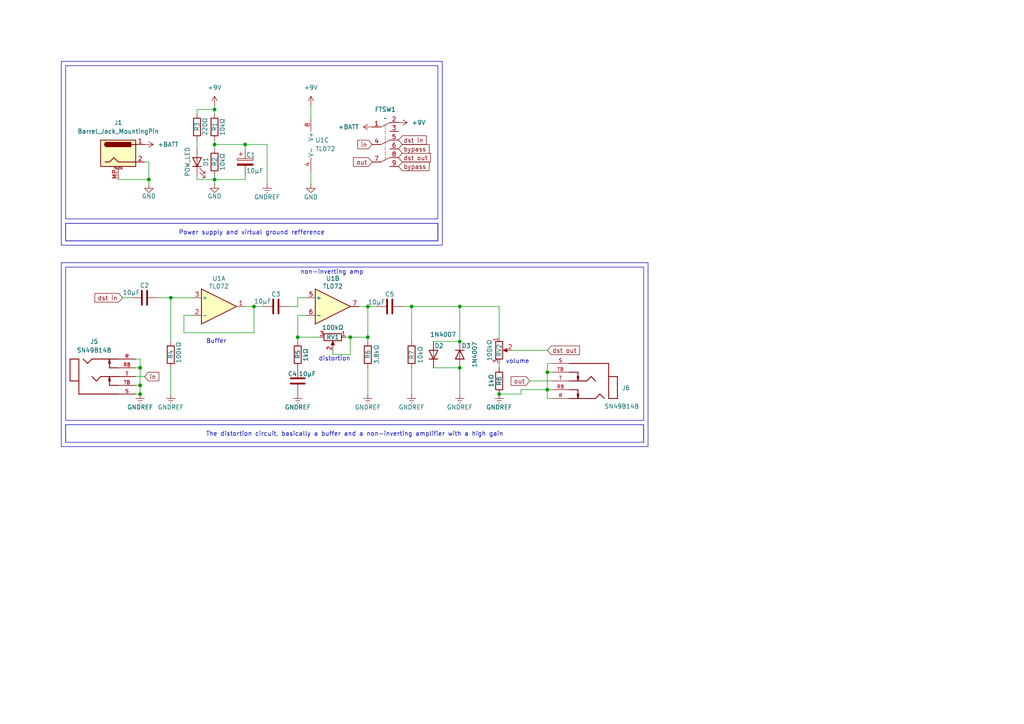
<source format=kicad_sch>
(kicad_sch (version 20231120) (generator "eeschema") (generator_version "8.0")
  (paper "A4")
  (lib_symbols
    (symbol "Amplifier_Operational:TL072" (pin_names (offset 0.127))
      (property "Reference" "U" (at 0 5.08 0))
      (property "Value" "TL072" (at 0 -5.08 0))
      (symbol "TL072_1_1"
        (polyline (pts (xy -5.08 5.08) (xy 5.08 0) (xy -5.08 -5.08) (xy -5.08 5.08)) (stroke (width 0.254)) (fill (type background)))
        (pin output line (at 7.62 0 180) (length 2.54) (name "~") (number "1"))
        (pin input line (at -7.62 -2.54 0) (length 2.54) (name "-") (number "2"))
        (pin input line (at -7.62 2.54 0) (length 2.54) (name "+") (number "3"))
      )
      (symbol "TL072_2_1"
        (polyline (pts (xy -5.08 5.08) (xy 5.08 0) (xy -5.08 -5.08) (xy -5.08 5.08)) (stroke (width 0.254)) (fill (type background)))
        (pin input line (at -7.62 2.54 0) (length 2.54) (name "+") (number "5"))
        (pin input line (at -7.62 -2.54 0) (length 2.54) (name "-") (number "6"))
        (pin output line (at 7.62 0 180) (length 2.54) (name "~") (number "7"))
      )
      (symbol "TL072_3_1"
        (pin power_in line (at -2.54 -7.62 90) (length 3.81) (name "V-") (number "4"))
        (pin power_in line (at -2.54 7.62 270) (length 3.81) (name "V+") (number "8"))
      )
    )
    (symbol "Connector:Barrel_Jack_MountingPin" (pin_names hide)
      (property "Reference" "J" (at 0 5.334 0))
      (property "Value" "Barrel_Jack_MountingPin" (at 1.27 -6.35 0))
      (symbol "Barrel_Jack_MountingPin_0_1"
        (rectangle (start -5.08 3.81) (end 5.08 -3.81) (stroke (width 0.254)) (fill (type background)))
        (arc (start -3.302 3.175) (mid -3.9343 2.54) (end -3.302 1.905) (stroke (width 0.254)))
        (arc (start -3.302 3.175) (mid -3.9343 2.54) (end -3.302 1.905) (stroke (width 0.254)) (fill (type outline)))
        (polyline (pts (xy 5.08 2.54) (xy 3.81 2.54)) (stroke (width 0.254)))
        (polyline (pts (xy -3.81 -2.54) (xy -2.54 -2.54) (xy -1.27 -1.27) (xy 0 -2.54) (xy 2.54 -2.54) (xy 5.08 -2.54)) (stroke (width 0.254)))
        (rectangle (start 3.683 3.175) (end -3.302 1.905) (stroke (width 0.254)) (fill (type outline)))
      )
      (symbol "Barrel_Jack_MountingPin_1_1"
        (polyline (pts (xy -1.016 -4.572) (xy 1.016 -4.572)) (stroke (width 0.1524)))
        (text "Mounting" (at 0 -4.191 0) (effects (font (size 0.381 0.381))))
        (pin passive line (at 7.62 2.54 180) (length 2.54) (name "~") (number "1"))
        (pin passive line (at 7.62 -2.54 180) (length 2.54) (name "~") (number "2"))
        (pin passive line (at 0 -7.62 90) (length 3.048) (name "MountPin") (number "MP"))
      )
    )
    (symbol "Device:C" (pin_numbers hide) (pin_names (offset 0.254))
      (property "Reference" "C" (at 0.635 2.54 0))
      (property "Value" "C" (at 0.635 -2.54 0))
      (symbol "C_0_1"
        (polyline (pts (xy -2.032 -0.762) (xy 2.032 -0.762)) (stroke (width 0.508)))
        (polyline (pts (xy -2.032 0.762) (xy 2.032 0.762)) (stroke (width 0.508)))
      )
      (symbol "C_1_1"
        (pin passive line (at 0 3.81 270) (length 2.794) (name "~") (number "1"))
        (pin passive line (at 0 -3.81 90) (length 2.794) (name "~") (number "2"))
      )
    )
    (symbol "Device:C_Polarized" (pin_numbers hide) (pin_names (offset 0.254))
      (property "Reference" "C" (at 0.635 2.54 0))
      (property "Value" "C_Polarized" (at 0.635 -2.54 0))
      (symbol "C_Polarized_0_1"
        (rectangle (start -2.286 0.508) (end 2.286 1.016))
        (polyline (pts (xy -1.778 2.286) (xy -0.762 2.286)))
        (polyline (pts (xy -1.27 2.794) (xy -1.27 1.778)))
        (rectangle (start 2.286 -0.508) (end -2.286 -1.016) (fill (type outline)))
      )
      (symbol "C_Polarized_1_1"
        (pin passive line (at 0 3.81 270) (length 2.794) (name "~") (number "1"))
        (pin passive line (at 0 -3.81 90) (length 2.794) (name "~") (number "2"))
      )
    )
    (symbol "Device:LED" (pin_numbers hide) (pin_names (offset 1.016) hide)
      (property "Reference" "D" (at 0 2.54 0))
      (property "Value" "LED" (at 0 -2.54 0))
      (symbol "LED_0_1"
        (polyline (pts (xy -1.27 -1.27) (xy -1.27 1.27)) (stroke (width 0.254)))
        (polyline (pts (xy -1.27 0) (xy 1.27 0)))
        (polyline (pts (xy 1.27 -1.27) (xy 1.27 1.27) (xy -1.27 0) (xy 1.27 -1.27)) (stroke (width 0.254)))
        (polyline (pts (xy -3.048 -0.762) (xy -4.572 -2.286) (xy -3.81 -2.286) (xy -4.572 -2.286) (xy -4.572 -1.524)))
        (polyline (pts (xy -1.778 -0.762) (xy -3.302 -2.286) (xy -2.54 -2.286) (xy -3.302 -2.286) (xy -3.302 -1.524)))
      )
      (symbol "LED_1_1"
        (pin passive line (at -3.81 0 0) (length 2.54) (name "K") (number "1"))
        (pin passive line (at 3.81 0 180) (length 2.54) (name "A") (number "2"))
      )
    )
    (symbol "Device:R" (pin_numbers hide) (pin_names (offset 0))
      (property "Reference" "R" (at 2.032 0 90))
      (property "Value" "R" (at 0 0 90))
      (symbol "R_0_1"
        (rectangle (start -1.016 -2.54) (end 1.016 2.54) (stroke (width 0.254)))
      )
      (symbol "R_1_1"
        (pin passive line (at 0 3.81 270) (length 1.27) (name "~") (number "1"))
        (pin passive line (at 0 -3.81 90) (length 1.27) (name "~") (number "2"))
      )
    )
    (symbol "Device:R_Potentiometer" (pin_names (offset 1.016) hide)
      (property "Reference" "RV" (at -4.445 0 90))
      (property "Value" "R_Potentiometer" (at -2.54 0 90))
      (symbol "R_Potentiometer_0_1"
        (polyline (pts (xy 2.54 0) (xy 1.524 0)))
        (polyline (pts (xy 1.143 0) (xy 2.286 0.508) (xy 2.286 -0.508) (xy 1.143 0)) (fill (type outline)))
        (rectangle (start 1.016 2.54) (end -1.016 -2.54) (stroke (width 0.254)))
      )
      (symbol "R_Potentiometer_1_1"
        (pin passive line (at 0 3.81 270) (length 1.27) (name "1") (number "1"))
        (pin passive line (at 3.81 0 180) (length 1.27) (name "2") (number "2"))
        (pin passive line (at 0 -3.81 90) (length 1.27) (name "3") (number "3"))
      )
    )
    (symbol "Diode:1N4007" (pin_numbers hide) (pin_names hide)
      (property "Reference" "D" (at 0 2.54 0))
      (property "Value" "1N4007" (at 0 -2.54 0))
      (symbol "1N4007_0_1"
        (polyline (pts (xy -1.27 1.27) (xy -1.27 -1.27)) (stroke (width 0.254)))
        (polyline (pts (xy 1.27 0) (xy -1.27 0)))
        (polyline (pts (xy 1.27 1.27) (xy 1.27 -1.27) (xy -1.27 0) (xy 1.27 1.27)) (stroke (width 0.254)))
      )
      (symbol "1N4007_1_1"
        (pin passive line (at -3.81 0 0) (length 2.54) (name "K") (number "1"))
        (pin passive line (at 3.81 0 180) (length 2.54) (name "A") (number "2"))
      )
    )
    (symbol "SN49B14B:SN49B14B" (pin_names (offset 1.016))
      (property "Reference" "J" (at -5.08 7.62 0))
      (property "Value" "SN49B14B" (at -5.08 -7.62 0))
      (symbol "SN49B14B_0_0"
        (polyline (pts (xy -8.89 -1.27) (xy -8.89 5.08)) (stroke (width 0.254)))
        (polyline (pts (xy -8.89 5.08) (xy -6.35 5.08)) (stroke (width 0.254)))
        (polyline (pts (xy -6.35 -5.08) (xy -6.35 -1.27)) (stroke (width 0.254)))
        (polyline (pts (xy -6.35 -5.08) (xy 5.08 -5.08)) (stroke (width 0.254)))
        (polyline (pts (xy -6.35 -1.27) (xy -8.89 -1.27)) (stroke (width 0.254)))
        (polyline (pts (xy -6.35 5.08) (xy -6.35 -1.27)) (stroke (width 0.254)))
        (polyline (pts (xy -5.08 5.08) (xy -3.81 3.81)) (stroke (width 0.254)))
        (polyline (pts (xy -3.81 3.81) (xy -2.54 5.08)) (stroke (width 0.254)))
        (polyline (pts (xy -2.54 0) (xy -1.27 -1.27)) (stroke (width 0.254)))
        (polyline (pts (xy -2.54 5.08) (xy 5.08 5.08)) (stroke (width 0.254)))
        (polyline (pts (xy -1.27 -1.27) (xy 0 0)) (stroke (width 0.254)))
        (polyline (pts (xy 0 0) (xy 5.08 0)) (stroke (width 0.254)))
        (polyline (pts (xy 2.54 -2.54) (xy 2.54 -0.762)) (stroke (width 0.254)))
        (polyline (pts (xy 2.54 -2.54) (xy 5.08 -2.54)) (stroke (width 0.254)))
        (polyline (pts (xy 2.54 2.54) (xy 2.54 4.318)) (stroke (width 0.254)))
        (polyline (pts (xy 2.54 2.54) (xy 5.08 2.54)) (stroke (width 0.254)))
        (polyline (pts (xy 2.54 0) (xy 2.286 -1.27) (xy 2.794 -1.27) (xy 2.54 0)) (stroke (width 0.254)) (fill (type outline)))
        (polyline (pts (xy 2.54 5.08) (xy 2.286 3.81) (xy 2.794 3.81) (xy 2.54 5.08)) (stroke (width 0.254)) (fill (type outline)))
        (pin passive line (at 10.16 5.08 180) (length 5.08) (name "~") (number "R"))
        (pin passive line (at 10.16 2.54 180) (length 5.08) (name "~") (number "RB"))
        (pin passive line (at 10.16 -5.08 180) (length 5.08) (name "~") (number "S"))
        (pin passive line (at 10.16 0 180) (length 5.08) (name "~") (number "T"))
        (pin passive line (at 10.16 -2.54 180) (length 5.08) (name "~") (number "TB"))
      )
    )
    (symbol "footswitch:3PDT_Footswitch"
      (property "Reference" "FTSW" (at -1.778 2.032 0))
      (symbol "3PDT_Footswitch_0_1"
        (polyline (pts (xy -1.27 -11.43) (xy 1.27 -10.16)))
        (polyline (pts (xy -1.27 -6.35) (xy 1.27 -5.08)))
        (polyline (pts (xy -1.27 -1.27) (xy 1.27 0)))
      )
      (symbol "3PDT_Footswitch_1_1"
        (polyline (pts (xy 0 -0.762) (xy 0 -10.922)) (stroke (width 0.1016) (type dash)))
        (pin input line (at -3.81 -1.27 0) (length 2.54) (name "") (number "1"))
        (pin output line (at 3.81 0 180) (length 2.54) (name "") (number "2"))
        (pin output line (at 3.81 -2.54 180) (length 2.54) (name "") (number "3"))
        (pin input line (at -3.81 -6.35 0) (length 2.54) (name "") (number "4"))
        (pin output line (at 3.81 -5.08 180) (length 2.54) (name "") (number "5"))
        (pin output line (at 3.81 -7.62 180) (length 2.54) (name "") (number "6"))
        (pin input line (at -3.81 -11.43 0) (length 2.54) (name "") (number "7"))
        (pin output line (at 3.81 -10.16 180) (length 2.54) (name "") (number "8"))
        (pin output line (at 3.81 -12.7 180) (length 2.54) (name "") (number "9"))
      )
    )
    (symbol "power:+9V" (power) (pin_numbers hide) (pin_names (offset 0) hide)
      (property "Value" "+9V" (at 0 3.556 0))
      (symbol "+9V_0_1"
        (polyline (pts (xy -0.762 1.27) (xy 0 2.54)))
        (polyline (pts (xy 0 0) (xy 0 2.54)))
        (polyline (pts (xy 0 2.54) (xy 0.762 1.27)))
      )
      (symbol "+9V_1_1"
        (pin power_in line (at 0 0 90) (length 0) (name "~") (number "1"))
      )
    )
    (symbol "power:+BATT" (power) (pin_numbers hide) (pin_names (offset 0) hide)
      (property "Value" "+BATT" (at 0 3.556 0))
      (symbol "+BATT_0_1"
        (polyline (pts (xy -0.762 1.27) (xy 0 2.54)))
        (polyline (pts (xy 0 0) (xy 0 2.54)))
        (polyline (pts (xy 0 2.54) (xy 0.762 1.27)))
      )
      (symbol "+BATT_1_1"
        (pin power_in line (at 0 0 90) (length 0) (name "~") (number "1"))
      )
    )
    (symbol "power:GND" (power) (pin_numbers hide) (pin_names (offset 0) hide)
      (property "Value" "GND" (at 0 -3.81 0))
      (symbol "GND_0_1"
        (polyline (pts (xy 0 0) (xy 0 -1.27) (xy 1.27 -1.27) (xy 0 -2.54) (xy -1.27 -1.27) (xy 0 -1.27)))
      )
      (symbol "GND_1_1"
        (pin power_in line (at 0 0 270) (length 0) (name "~") (number "1"))
      )
    )
    (symbol "power:GNDREF" (power) (pin_numbers hide) (pin_names (offset 0) hide)
      (property "Value" "GNDREF" (at 0 -3.81 0))
      (symbol "GNDREF_0_1"
        (polyline (pts (xy -0.635 -1.905) (xy 0.635 -1.905)))
        (polyline (pts (xy -0.127 -2.54) (xy 0.127 -2.54)))
        (polyline (pts (xy 0 -1.27) (xy 0 0)))
        (polyline (pts (xy 1.27 -1.27) (xy -1.27 -1.27)))
      )
      (symbol "GNDREF_1_1"
        (pin power_in line (at 0 0 270) (length 0) (name "~") (number "1"))
      )
    )
  )
  (junction (at 133.35 88.9))
  (junction (at 40.64 114.3))
  (junction (at 62.23 52.07))
  (junction (at 73.66 88.9))
  (junction (at 158.75 113.03))
  (junction (at 71.12 41.91))
  (junction (at 43.18 52.07))
  (junction (at 106.68 88.9))
  (junction (at 119.38 88.9))
  (junction (at 144.78 114.3))
  (junction (at 106.68 97.79))
  (junction (at 62.23 31.75))
  (junction (at 158.75 107.95))
  (junction (at 133.35 106.68))
  (junction (at 40.64 106.68))
  (junction (at 62.23 41.91))
  (junction (at 49.53 86.36))
  (junction (at 133.35 99.06))
  (junction (at 40.64 111.76))
  (junction (at 101.6 97.79))
  (junction (at 86.36 97.79))
  (wire (pts (xy 71.12 50.8) (xy 71.12 52.07)))
  (wire (pts (xy 57.15 52.07) (xy 62.23 52.07)))
  (wire (pts (xy 86.36 88.9) (xy 86.36 86.36)))
  (wire (pts (xy 119.38 106.68) (xy 119.38 114.3)))
  (wire (pts (xy 39.37 111.76) (xy 40.64 111.76)))
  (wire (pts (xy 45.72 86.36) (xy 49.53 86.36)))
  (wire (pts (xy 160.02 107.95) (xy 158.75 107.95)))
  (wire (pts (xy 86.36 91.44) (xy 88.9 91.44)))
  (wire (pts (xy 43.18 53.34) (xy 43.18 52.07)))
  (wire (pts (xy 53.34 96.52) (xy 73.66 96.52)))
  (wire (pts (xy 57.15 31.75) (xy 62.23 31.75)))
  (wire (pts (xy 133.35 106.68) (xy 133.35 114.3)))
  (wire (pts (xy 86.36 97.79) (xy 86.36 99.06)))
  (wire (pts (xy 40.64 111.76) (xy 40.64 114.3)))
  (wire (pts (xy 35.56 86.36) (xy 38.1 86.36)))
  (wire (pts (xy 144.78 105.41) (xy 144.78 106.68)))
  (wire (pts (xy 49.53 86.36) (xy 49.53 99.06)))
  (wire (pts (xy 158.75 105.41) (xy 158.75 107.95)))
  (wire (pts (xy 53.34 91.44) (xy 53.34 96.52)))
  (wire (pts (xy 40.64 104.14) (xy 40.64 106.68)))
  (wire (pts (xy 151.13 114.3) (xy 151.13 113.03)))
  (wire (pts (xy 144.78 97.79) (xy 144.78 88.9)))
  (wire (pts (xy 41.91 109.22) (xy 39.37 109.22)))
  (wire (pts (xy 158.75 113.03) (xy 160.02 113.03)))
  (wire (pts (xy 86.36 97.79) (xy 86.36 91.44)))
  (wire (pts (xy 40.64 106.68) (xy 40.64 111.76)))
  (wire (pts (xy 104.14 88.9) (xy 106.68 88.9)))
  (wire (pts (xy 73.66 88.9) (xy 71.12 88.9)))
  (wire (pts (xy 101.6 97.79) (xy 100.33 97.79)))
  (wire (pts (xy 153.67 110.49) (xy 160.02 110.49)))
  (wire (pts (xy 101.6 97.79) (xy 101.6 102.87)))
  (wire (pts (xy 125.73 106.68) (xy 133.35 106.68)))
  (wire (pts (xy 90.17 30.48) (xy 90.17 34.29)))
  (wire (pts (xy 106.68 106.68) (xy 106.68 114.3)))
  (wire (pts (xy 158.75 107.95) (xy 158.75 113.03)))
  (wire (pts (xy 83.82 88.9) (xy 86.36 88.9)))
  (wire (pts (xy 77.47 53.34) (xy 77.47 41.91)))
  (wire (pts (xy 125.73 99.06) (xy 133.35 99.06)))
  (wire (pts (xy 62.23 31.75) (xy 62.23 33.02)))
  (wire (pts (xy 39.37 106.68) (xy 40.64 106.68)))
  (wire (pts (xy 57.15 40.64) (xy 57.15 43.18)))
  (wire (pts (xy 158.75 115.57) (xy 158.75 113.03)))
  (wire (pts (xy 62.23 50.8) (xy 62.23 52.07)))
  (wire (pts (xy 106.68 97.79) (xy 101.6 97.79)))
  (wire (pts (xy 77.47 41.91) (xy 71.12 41.91)))
  (wire (pts (xy 39.37 104.14) (xy 40.64 104.14)))
  (wire (pts (xy 160.02 115.57) (xy 158.75 115.57)))
  (wire (pts (xy 34.29 52.07) (xy 43.18 52.07)))
  (wire (pts (xy 133.35 88.9) (xy 133.35 99.06)))
  (wire (pts (xy 62.23 30.48) (xy 62.23 31.75)))
  (wire (pts (xy 106.68 88.9) (xy 109.22 88.9)))
  (wire (pts (xy 96.52 102.87) (xy 101.6 102.87)))
  (wire (pts (xy 106.68 97.79) (xy 106.68 99.06)))
  (wire (pts (xy 119.38 99.06) (xy 119.38 88.9)))
  (wire (pts (xy 62.23 52.07) (xy 62.23 53.34)))
  (wire (pts (xy 144.78 114.3) (xy 151.13 114.3)))
  (wire (pts (xy 41.91 46.99) (xy 43.18 46.99)))
  (wire (pts (xy 62.23 40.64) (xy 62.23 41.91)))
  (wire (pts (xy 39.37 114.3) (xy 40.64 114.3)))
  (wire (pts (xy 73.66 88.9) (xy 76.2 88.9)))
  (wire (pts (xy 160.02 105.41) (xy 158.75 105.41)))
  (wire (pts (xy 49.53 106.68) (xy 49.53 114.3)))
  (wire (pts (xy 55.88 91.44) (xy 53.34 91.44)))
  (wire (pts (xy 148.59 101.6) (xy 158.75 101.6)))
  (wire (pts (xy 71.12 52.07) (xy 62.23 52.07)))
  (wire (pts (xy 106.68 88.9) (xy 106.68 97.79)))
  (wire (pts (xy 86.36 97.79) (xy 92.71 97.79)))
  (wire (pts (xy 57.15 50.8) (xy 57.15 52.07)))
  (wire (pts (xy 86.36 86.36) (xy 88.9 86.36)))
  (wire (pts (xy 43.18 52.07) (xy 43.18 46.99)))
  (wire (pts (xy 90.17 53.34) (xy 90.17 49.53)))
  (wire (pts (xy 133.35 88.9) (xy 119.38 88.9)))
  (wire (pts (xy 119.38 88.9) (xy 116.84 88.9)))
  (wire (pts (xy 96.52 101.6) (xy 96.52 102.87)))
  (wire (pts (xy 151.13 113.03) (xy 158.75 113.03)))
  (wire (pts (xy 49.53 86.36) (xy 55.88 86.36)))
  (wire (pts (xy 73.66 96.52) (xy 73.66 88.9)))
  (wire (pts (xy 71.12 41.91) (xy 62.23 41.91)))
  (wire (pts (xy 62.23 41.91) (xy 62.23 43.18)))
  (wire (pts (xy 144.78 88.9) (xy 133.35 88.9)))
  (wire (pts (xy 71.12 43.18) (xy 71.12 41.91)))
  (wire (pts (xy 57.15 33.02) (xy 57.15 31.75)))
  (rectangle (start 19.05 19.05) (end 127 63.5))
  (rectangle (start 17.78 17.78) (end 128.27 71.12))
  (rectangle (start 19.05 123.19) (end 186.69 128.27))
  (rectangle (start 19.05 77.47) (end 186.69 121.92))
  (rectangle (start 19.05 64.77) (end 127 69.85))
  (rectangle (start 17.78 76.2) (end 187.96 129.54))
  (text_box "The distortion circuit, basically a buffer and a non-inverting amplifier with a high gain" (at 19.05 123.19 0) (size 167.64 5.08) (effects (font (size 1.27 1.27))))
  (text_box "Power supply and virtual ground refference" (at 19.05 64.77 0) (size 107.95 5.08) (effects (font (size 1.27 1.27))))
  (text "volume\n" (at 150.114 104.902 0) (effects (font (size 1.27 1.27))))
  (text "non-inverting amp\n" (at 96.266 78.994 0) (effects (font (size 1.27 1.27))))
  (text "distortion" (at 97.028 104.14 0) (effects (font (size 1.27 1.27))))
  (text "Buffer" (at 62.738 99.06 0) (effects (font (size 1.27 1.27))))
  (global_label "in" (shape input) (at 107.95 41.91 180) (property "Intersheetrefs" "${INTERSHEET_REFS}" (effects (hide yes))))
  (global_label "dst in" (shape input) (at 35.56 86.36 180) (property "Intersheetrefs" "${INTERSHEET_REFS}" (effects (hide yes))))
  (global_label "out" (shape input) (at 107.95 46.99 180) (property "Intersheetrefs" "${INTERSHEET_REFS}" (effects (hide yes))))
  (global_label "in" (shape input) (at 41.91 109.22 0) (property "Intersheetrefs" "${INTERSHEET_REFS}" (effects (hide yes))))
  (global_label "bypass" (shape input) (at 115.57 48.26 0) (property "Intersheetrefs" "${INTERSHEET_REFS}" (effects (hide yes))))
  (global_label "out" (shape input) (at 153.67 110.49 180) (property "Intersheetrefs" "${INTERSHEET_REFS}" (effects (hide yes))))
  (global_label "dst in" (shape input) (at 115.57 40.64 0) (property "Intersheetrefs" "${INTERSHEET_REFS}" (effects (hide yes))))
  (global_label "dst out" (shape input) (at 115.57 45.72 0) (property "Intersheetrefs" "${INTERSHEET_REFS}" (effects (hide yes))))
  (global_label "bypass" (shape input) (at 115.57 43.18 0) (property "Intersheetrefs" "${INTERSHEET_REFS}" (effects (hide yes))))
  (global_label "dst out" (shape input) (at 158.75 101.6 0) (property "Intersheetrefs" "${INTERSHEET_REFS}" (effects (hide yes))))
  (symbol (lib_id "Device:R") (at 86.36 102.87 0) (unit 1)
    (property "Reference" "R5" (at 86.36 104.14 90) (effects (justify left)))
    (property "Value" "1kΩ" (at 88.646 104.902 90) (effects (justify left)))
    (property "Footprint" "Resistor_THT:R_Axial_DIN0207_L6.3mm_D2.5mm_P10.16mm_Horizontal" (effects (hide yes)))
    (property "Description" "Resistor" (effects (hide yes)))
  )
  (symbol (lib_id "Device:C") (at 41.91 86.36 90) (unit 1)
    (property "Reference" "C2" (at 41.91 82.804 90))
    (property "Value" "10µF" (at 38.1 84.836 90))
    (property "Footprint" "Capacitor_THT:C_Disc_D4.3mm_W1.9mm_P5.00mm" (effects (hide yes)))
    (property "Description" "Unpolarized capacitor" (effects (hide yes)))
  )
  (symbol (lib_id "Device:R") (at 57.15 36.83 0) (unit 1)
    (property "Reference" "R3" (at 57.15 38.1 90) (effects (justify left)))
    (property "Value" "220Ω" (at 59.436 39.37 90) (effects (justify left)))
    (property "Footprint" "Resistor_THT:R_Axial_DIN0207_L6.3mm_D2.5mm_P10.16mm_Horizontal" (effects (hide yes)))
    (property "Description" "Resistor" (effects (hide yes)))
  )
  (symbol (lib_id "Device:R_Potentiometer") (at 144.78 101.6 0) (unit 1)
    (property "Reference" "RV2" (at 144.78 101.6 90))
    (property "Value" "100kΩ" (at 141.986 101.6 90))
    (property "Footprint" "Potentiometer_THT:Potentiometer_Alpha_RD901F-40-00D_Single_Vertical" (effects (hide yes)))
    (property "Description" "Potentiometer" (effects (hide yes)))
  )
  (symbol (lib_id "Device:C") (at 80.01 88.9 90) (unit 1)
    (property "Reference" "C3" (at 80.01 85.344 90))
    (property "Value" "10µF" (at 76.2 87.376 90))
    (property "Footprint" "Capacitor_THT:C_Disc_D4.3mm_W1.9mm_P5.00mm" (effects (hide yes)))
    (property "Description" "Unpolarized capacitor" (effects (hide yes)))
  )
  (symbol (lib_id "power:GND") (at 90.17 53.34 0) (unit 1)
    (property "Reference" "#PWR06" (effects (hide yes)))
    (property "Value" "GND" (at 90.17 57.15 0))
    (property "Description" "Power symbol creates a global label with name \"GND\" , ground" (effects (hide yes)))
  )
  (symbol (lib_id "Device:R") (at 119.38 102.87 180) (unit 1)
    (property "Reference" "R7" (at 119.38 101.6 90) (effects (justify left)))
    (property "Value" "10kΩ" (at 121.92 100.33 90) (effects (justify left)))
    (property "Footprint" "Resistor_THT:R_Axial_DIN0207_L6.3mm_D2.5mm_P10.16mm_Horizontal" (effects (hide yes)))
    (property "Description" "Resistor" (effects (hide yes)))
  )
  (symbol (lib_id "Diode:1N4007") (at 125.73 102.87 90) (unit 1)
    (property "Reference" "D2" (at 125.984 100.33 90) (effects (justify right)))
    (property "Value" "1N4007" (at 124.714 97.028 90) (effects (justify right)))
    (property "Footprint" "Diode_THT:D_DO-41_SOD81_P10.16mm_Horizontal" (effects (hide yes)))
    (property "Datasheet" "http://www.vishay.com/docs/88503/1n4001.pdf" (effects (hide yes)))
    (property "Description" "1000V 1A General Purpose Rectifier Diode, DO-41" (effects (hide yes)))
    (property "Sim.Device" "D" (effects (hide yes)))
    (property "Sim.Pins" "1=K 2=A" (effects (hide yes)))
  )
  (symbol (lib_id "power:+BATT") (at 107.95 36.83 90) (unit 1)
    (property "Reference" "#PWR017" (effects (hide yes)))
    (property "Value" "+BATT" (at 104.14 36.8301 90) (effects (justify left)))
    (property "Description" "Power symbol creates a global label with name \"+BATT\"" (effects (hide yes)))
  )
  (symbol (lib_id "Device:R") (at 49.53 102.87 0) (unit 1)
    (property "Reference" "R4" (at 49.53 104.14 90) (effects (justify left)))
    (property "Value" "100kΩ" (at 51.816 105.41 90) (effects (justify left)))
    (property "Footprint" "Resistor_THT:R_Axial_DIN0207_L6.3mm_D2.5mm_P10.16mm_Horizontal" (effects (hide yes)))
    (property "Description" "Resistor" (effects (hide yes)))
  )
  (symbol (lib_id "Device:LED") (at 57.15 46.99 90) (unit 1)
    (property "Reference" "D1" (at 59.69 48.26 0) (effects (justify left)))
    (property "Value" "POW_LED" (at 54.356 51.308 0) (effects (justify left)))
    (property "Footprint" "LED_THT:LED_D5.0mm" (effects (hide yes)))
    (property "Description" "Light emitting diode" (effects (hide yes)))
  )
  (symbol (lib_id "Device:R") (at 62.23 46.99 0) (unit 1)
    (property "Reference" "R2" (at 62.23 48.26 90) (effects (justify left)))
    (property "Value" "10kΩ" (at 64.516 49.53 90) (effects (justify left)))
    (property "Footprint" "Resistor_THT:R_Axial_DIN0207_L6.3mm_D2.5mm_P10.16mm_Horizontal" (effects (hide yes)))
    (property "Description" "Resistor" (effects (hide yes)))
  )
  (symbol (lib_id "Device:C") (at 86.36 110.49 180) (unit 1)
    (property "Reference" "C4" (at 84.836 108.458 0))
    (property "Value" "10µF" (at 89.154 108.458 0))
    (property "Footprint" "Capacitor_THT:C_Disc_D4.3mm_W1.9mm_P5.00mm" (effects (hide yes)))
    (property "Description" "Unpolarized capacitor" (effects (hide yes)))
  )
  (symbol (lib_id "Amplifier_Operational:TL072") (at 63.5 88.9 0) (unit 1)
    (property "Reference" "U1" (at 63.5 80.772 0))
    (property "Value" "TL072" (at 63.5 83.058 0))
    (property "Footprint" "Package_DIP:DIP-8_W7.62mm" (effects (hide yes)))
    (property "Datasheet" "http://www.ti.com/lit/ds/symlink/tl071.pdf" (effects (hide yes)))
    (property "Description" "Dual Low-Noise JFET-Input Operational Amplifiers, DIP-8/SOIC-8" (effects (hide yes)))
  )
  (symbol (lib_id "power:+BATT") (at 41.91 41.91 270) (unit 1)
    (property "Reference" "#PWR07" (effects (hide yes)))
    (property "Value" "+BATT" (at 45.72 41.9099 90) (effects (justify left)))
    (property "Description" "Power symbol creates a global label with name \"+BATT\"" (effects (hide yes)))
  )
  (symbol (lib_id "Device:C_Polarized") (at 71.12 46.99 0) (unit 1)
    (property "Reference" "C1" (at 71.374 44.958 0) (effects (justify left)))
    (property "Value" "10µF" (at 71.374 49.53 0) (effects (justify left)))
    (property "Footprint" "Capacitor_THT:CP_Radial_D5.0mm_P2.50mm" (effects (hide yes)))
    (property "Description" "Polarized capacitor" (effects (hide yes)))
  )
  (symbol (lib_id "power:+9V") (at 115.57 35.56 270) (unit 1)
    (property "Reference" "#PWR018" (effects (hide yes)))
    (property "Value" "+9V" (at 119.38 35.5599 90) (effects (justify left)))
    (property "Description" "Power symbol creates a global label with name \"+9V\"" (effects (hide yes)))
  )
  (symbol (lib_id "Connector:Barrel_Jack_MountingPin") (at 34.29 44.45 0) (unit 1)
    (property "Reference" "J1" (at 34.29 35.56 0))
    (property "Value" "Barrel_Jack_MountingPin" (at 34.29 38.1 0))
    (property "Footprint" "Connector_BarrelJack:BarrelJack_Kycon_KLDX-0202-xC_Horizontal" (effects (hide yes)))
    (property "Description" "DC Barrel Jack with a mounting pin" (effects (hide yes)))
  )
  (symbol (lib_id "power:+9V") (at 90.17 30.48 0) (unit 1)
    (property "Reference" "#PWR05" (effects (hide yes)))
    (property "Value" "+9V" (at 90.17 25.4 0))
    (property "Description" "Power symbol creates a global label with name \"+9V\"" (effects (hide yes)))
  )
  (symbol (lib_id "power:GNDREF") (at 77.47 53.34 0) (unit 1)
    (property "Reference" "#PWR01" (effects (hide yes)))
    (property "Value" "GNDREF" (at 77.47 57.15 0))
    (property "Description" "Power symbol creates a global label with name \"GNDREF\" , reference supply ground" (effects (hide yes)))
  )
  (symbol (lib_id "Device:C") (at 113.03 88.9 90) (unit 1)
    (property "Reference" "C5" (at 113.03 85.344 90))
    (property "Value" "10µF" (at 109.22 87.63 90))
    (property "Footprint" "Capacitor_THT:C_Disc_D4.3mm_W1.9mm_P5.00mm" (effects (hide yes)))
    (property "Description" "Unpolarized capacitor" (effects (hide yes)))
  )
  (symbol (lib_id "SN49B14B:SN49B14B") (at 170.18 110.49 180) (unit 1)
    (property "Reference" "J6" (at 180.34 112.522 0) (effects (justify right)))
    (property "Value" "SN49B14B" (at 175.26 117.856 0) (effects (justify right)))
    (property "Footprint" "footprints:PJ-644C" (effects (hide yes)))
    (property "PARTREV" "F" (effects (hide yes)))
    (property "STANDARD" "Manufacturer Recommendations" (effects (hide yes)))
    (property "MANUFACTURER" "Switchcraft" (effects (hide yes)))
  )
  (symbol (lib_id "power:GNDREF") (at 106.68 114.3 0) (unit 1)
    (property "Reference" "#PWR012" (effects (hide yes)))
    (property "Value" "GNDREF" (at 106.68 118.11 0))
    (property "Description" "Power symbol creates a global label with name \"GNDREF\" , reference supply ground" (effects (hide yes)))
  )
  (symbol (lib_id "Device:R") (at 62.23 36.83 0) (unit 1)
    (property "Reference" "R1" (at 62.23 38.1 90) (effects (justify left)))
    (property "Value" "10kΩ" (at 64.516 39.37 90) (effects (justify left)))
    (property "Footprint" "Resistor_THT:R_Axial_DIN0207_L6.3mm_D2.5mm_P10.16mm_Horizontal" (effects (hide yes)))
    (property "Description" "Resistor" (effects (hide yes)))
  )
  (symbol (lib_id "power:GNDREF") (at 40.64 114.3 0) (unit 1)
    (property "Reference" "#PWR015" (effects (hide yes)))
    (property "Value" "GNDREF" (at 40.64 118.11 0))
    (property "Description" "Power symbol creates a global label with name \"GNDREF\" , reference supply ground" (effects (hide yes)))
  )
  (symbol (lib_id "Device:R_Potentiometer") (at 96.52 97.79 270) (unit 1)
    (property "Reference" "RV1" (at 96.52 97.79 90))
    (property "Value" "100kΩ" (at 96.52 94.996 90))
    (property "Footprint" "Potentiometer_THT:Potentiometer_Alpha_RD901F-40-00D_Single_Vertical" (effects (hide yes)))
    (property "Description" "Potentiometer" (effects (hide yes)))
  )
  (symbol (lib_id "power:GNDREF") (at 49.53 114.3 0) (unit 1)
    (property "Reference" "#PWR010" (effects (hide yes)))
    (property "Value" "GNDREF" (at 49.53 118.11 0))
    (property "Description" "Power symbol creates a global label with name \"GNDREF\" , reference supply ground" (effects (hide yes)))
  )
  (symbol (lib_id "power:GNDREF") (at 144.78 114.3 0) (unit 1)
    (property "Reference" "#PWR014" (effects (hide yes)))
    (property "Value" "GNDREF" (at 144.78 118.11 0))
    (property "Description" "Power symbol creates a global label with name \"GNDREF\" , reference supply ground" (effects (hide yes)))
  )
  (symbol (lib_id "Amplifier_Operational:TL072") (at 92.71 41.91 0) (unit 3)
    (property "Reference" "U1" (at 91.44 40.6399 0) (effects (justify left)))
    (property "Value" "TL072" (at 91.44 43.1799 0) (effects (justify left)))
    (property "Footprint" "Package_DIP:DIP-8_W7.62mm" (effects (hide yes)))
    (property "Datasheet" "http://www.ti.com/lit/ds/symlink/tl071.pdf" (effects (hide yes)))
    (property "Description" "Dual Low-Noise JFET-Input Operational Amplifiers, DIP-8/SOIC-8" (effects (hide yes)))
  )
  (symbol (lib_id "Amplifier_Operational:TL072") (at 96.52 88.9 0) (unit 2)
    (property "Reference" "U1" (at 96.52 80.772 0))
    (property "Value" "TL072" (at 96.52 83.058 0))
    (property "Footprint" "Package_DIP:DIP-8_W7.62mm" (effects (hide yes)))
    (property "Datasheet" "http://www.ti.com/lit/ds/symlink/tl071.pdf" (effects (hide yes)))
    (property "Description" "Dual Low-Noise JFET-Input Operational Amplifiers, DIP-8/SOIC-8" (effects (hide yes)))
  )
  (symbol (lib_id "power:GNDREF") (at 119.38 114.3 0) (unit 1)
    (property "Reference" "#PWR013" (effects (hide yes)))
    (property "Value" "GNDREF" (at 119.38 118.11 0))
    (property "Description" "Power symbol creates a global label with name \"GNDREF\" , reference supply ground" (effects (hide yes)))
  )
  (symbol (lib_id "Diode:1N4007") (at 133.35 102.87 270) (unit 1)
    (property "Reference" "D3" (at 133.858 100.33 90) (effects (justify left)))
    (property "Value" "1N4007" (at 137.668 99.06 0) (effects (justify left)))
    (property "Footprint" "Diode_THT:D_DO-41_SOD81_P10.16mm_Horizontal" (effects (hide yes)))
    (property "Datasheet" "http://www.vishay.com/docs/88503/1n4001.pdf" (effects (hide yes)))
    (property "Description" "1000V 1A General Purpose Rectifier Diode, DO-41" (effects (hide yes)))
    (property "Sim.Device" "D" (effects (hide yes)))
    (property "Sim.Pins" "1=K 2=A" (effects (hide yes)))
  )
  (symbol (lib_id "power:GNDREF") (at 133.35 114.3 0) (unit 1)
    (property "Reference" "#PWR016" (effects (hide yes)))
    (property "Value" "GNDREF" (at 133.35 118.11 0))
    (property "Description" "Power symbol creates a global label with name \"GNDREF\" , reference supply ground" (effects (hide yes)))
  )
  (symbol (lib_id "power:GND") (at 62.23 53.34 0) (unit 1)
    (property "Reference" "#PWR04" (effects (hide yes)))
    (property "Value" "GND" (at 62.23 56.896 0))
    (property "Description" "Power symbol creates a global label with name \"GND\" , ground" (effects (hide yes)))
  )
  (symbol (lib_id "power:GNDREF") (at 86.36 114.3 0) (unit 1)
    (property "Reference" "#PWR011" (effects (hide yes)))
    (property "Value" "GNDREF" (at 86.36 118.11 0))
    (property "Description" "Power symbol creates a global label with name \"GNDREF\" , reference supply ground" (effects (hide yes)))
  )
  (symbol (lib_id "SN49B14B:SN49B14B") (at 29.21 109.22 0) (unit 1)
    (property "Reference" "J5" (at 27.305 99.06 0))
    (property "Value" "SN49B14B" (at 27.305 101.6 0))
    (property "Footprint" "footprints:PJ-644C" (effects (hide yes)))
    (property "PARTREV" "F" (effects (hide yes)))
    (property "STANDARD" "Manufacturer Recommendations" (effects (hide yes)))
    (property "MANUFACTURER" "Switchcraft" (effects (hide yes)))
  )
  (symbol (lib_id "footswitch:3PDT_Footswitch") (at 111.76 35.56 0) (unit 1)
    (property "Reference" "FTSW1" (at 111.76 31.75 0))
    (property "Value" "~" (at 111.76 34.29 0))
    (property "Footprint" "Library:3PDT Footswitch" (effects (hide yes)))
  )
  (symbol (lib_id "Device:R") (at 106.68 102.87 0) (unit 1)
    (property "Reference" "R6" (at 106.68 104.14 90) (effects (justify left)))
    (property "Value" "3.8kΩ" (at 109.22 105.664 90) (effects (justify left)))
    (property "Footprint" "Resistor_THT:R_Axial_DIN0207_L6.3mm_D2.5mm_P10.16mm_Horizontal" (effects (hide yes)))
    (property "Description" "Resistor" (effects (hide yes)))
  )
  (symbol (lib_id "power:+9V") (at 62.23 30.48 0) (unit 1)
    (property "Reference" "#PWR03" (effects (hide yes)))
    (property "Value" "+9V" (at 62.23 25.4 0))
    (property "Description" "Power symbol creates a global label with name \"+9V\"" (effects (hide yes)))
  )
  (symbol (lib_id "Device:R") (at 144.78 110.49 180) (unit 1)
    (property "Reference" "R8" (at 144.78 109.22 90) (effects (justify left)))
    (property "Value" "1kΩ" (at 142.494 108.458 90) (effects (justify left)))
    (property "Footprint" "Resistor_THT:R_Axial_DIN0207_L6.3mm_D2.5mm_P10.16mm_Horizontal" (effects (hide yes)))
    (property "Description" "Resistor" (effects (hide yes)))
  )
  (symbol (lib_id "power:GND") (at 43.18 53.34 0) (unit 1)
    (property "Reference" "#PWR02" (effects (hide yes)))
    (property "Value" "GND" (at 43.18 56.896 0))
    (property "Description" "Power symbol creates a global label with name \"GND\" , ground" (effects (hide yes)))
  )
)
</source>
